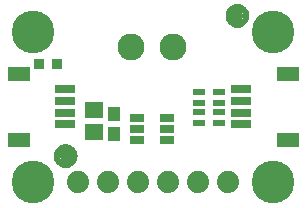
<source format=gbr>
G04 EAGLE Gerber RS-274X export*
G75*
%MOMM*%
%FSLAX34Y34*%
%LPD*%
%INSoldermask Top*%
%IPPOS*%
%AMOC8*
5,1,8,0,0,1.08239X$1,22.5*%
G01*
%ADD10R,1.301600X0.651600*%
%ADD11C,1.879600*%
%ADD12R,1.601600X1.341600*%
%ADD13R,1.101600X1.176600*%
%ADD14C,3.617600*%
%ADD15R,1.651600X0.701600*%
%ADD16R,1.901600X1.301600*%
%ADD17C,1.101600*%
%ADD18C,0.469900*%
%ADD19R,0.901600X0.901600*%
%ADD20R,1.001600X0.551600*%
%ADD21C,2.286000*%


D10*
X113365Y79350D03*
X113365Y69850D03*
X113365Y60350D03*
X139365Y60350D03*
X139365Y69850D03*
X139365Y79350D03*
D11*
X63500Y25400D03*
X88900Y25400D03*
X114300Y25400D03*
X139700Y25400D03*
X165100Y25400D03*
X190500Y25400D03*
D12*
X77470Y67335D03*
X77470Y86335D03*
D13*
X93980Y65795D03*
X93980Y82795D03*
D14*
X25400Y152400D03*
X228600Y152400D03*
D15*
X202190Y83900D03*
X202190Y93900D03*
X202190Y73900D03*
X202190Y103900D03*
D16*
X241190Y60900D03*
X241190Y116900D03*
D15*
X52445Y93900D03*
X52445Y83900D03*
X52445Y103900D03*
X52445Y73900D03*
D16*
X13445Y116900D03*
X13445Y60900D03*
D17*
X53340Y46990D03*
D18*
X53340Y54490D02*
X53159Y54488D01*
X52978Y54481D01*
X52797Y54470D01*
X52616Y54455D01*
X52436Y54435D01*
X52256Y54411D01*
X52077Y54383D01*
X51899Y54350D01*
X51722Y54313D01*
X51545Y54272D01*
X51370Y54227D01*
X51195Y54177D01*
X51022Y54123D01*
X50851Y54065D01*
X50680Y54003D01*
X50512Y53936D01*
X50345Y53866D01*
X50179Y53792D01*
X50016Y53713D01*
X49855Y53631D01*
X49695Y53545D01*
X49538Y53455D01*
X49383Y53361D01*
X49230Y53264D01*
X49080Y53162D01*
X48932Y53058D01*
X48786Y52949D01*
X48644Y52838D01*
X48504Y52722D01*
X48367Y52604D01*
X48232Y52482D01*
X48101Y52357D01*
X47973Y52229D01*
X47848Y52098D01*
X47726Y51963D01*
X47608Y51826D01*
X47492Y51686D01*
X47381Y51544D01*
X47272Y51398D01*
X47168Y51250D01*
X47066Y51100D01*
X46969Y50947D01*
X46875Y50792D01*
X46785Y50635D01*
X46699Y50475D01*
X46617Y50314D01*
X46538Y50151D01*
X46464Y49985D01*
X46394Y49818D01*
X46327Y49650D01*
X46265Y49479D01*
X46207Y49308D01*
X46153Y49135D01*
X46103Y48960D01*
X46058Y48785D01*
X46017Y48608D01*
X45980Y48431D01*
X45947Y48253D01*
X45919Y48074D01*
X45895Y47894D01*
X45875Y47714D01*
X45860Y47533D01*
X45849Y47352D01*
X45842Y47171D01*
X45840Y46990D01*
X53340Y54490D02*
X53521Y54488D01*
X53702Y54481D01*
X53883Y54470D01*
X54064Y54455D01*
X54244Y54435D01*
X54424Y54411D01*
X54603Y54383D01*
X54781Y54350D01*
X54958Y54313D01*
X55135Y54272D01*
X55310Y54227D01*
X55485Y54177D01*
X55658Y54123D01*
X55829Y54065D01*
X56000Y54003D01*
X56168Y53936D01*
X56335Y53866D01*
X56501Y53792D01*
X56664Y53713D01*
X56825Y53631D01*
X56985Y53545D01*
X57142Y53455D01*
X57297Y53361D01*
X57450Y53264D01*
X57600Y53162D01*
X57748Y53058D01*
X57894Y52949D01*
X58036Y52838D01*
X58176Y52722D01*
X58313Y52604D01*
X58448Y52482D01*
X58579Y52357D01*
X58707Y52229D01*
X58832Y52098D01*
X58954Y51963D01*
X59072Y51826D01*
X59188Y51686D01*
X59299Y51544D01*
X59408Y51398D01*
X59512Y51250D01*
X59614Y51100D01*
X59711Y50947D01*
X59805Y50792D01*
X59895Y50635D01*
X59981Y50475D01*
X60063Y50314D01*
X60142Y50151D01*
X60216Y49985D01*
X60286Y49818D01*
X60353Y49650D01*
X60415Y49479D01*
X60473Y49308D01*
X60527Y49135D01*
X60577Y48960D01*
X60622Y48785D01*
X60663Y48608D01*
X60700Y48431D01*
X60733Y48253D01*
X60761Y48074D01*
X60785Y47894D01*
X60805Y47714D01*
X60820Y47533D01*
X60831Y47352D01*
X60838Y47171D01*
X60840Y46990D01*
X60838Y46809D01*
X60831Y46628D01*
X60820Y46447D01*
X60805Y46266D01*
X60785Y46086D01*
X60761Y45906D01*
X60733Y45727D01*
X60700Y45549D01*
X60663Y45372D01*
X60622Y45195D01*
X60577Y45020D01*
X60527Y44845D01*
X60473Y44672D01*
X60415Y44501D01*
X60353Y44330D01*
X60286Y44162D01*
X60216Y43995D01*
X60142Y43829D01*
X60063Y43666D01*
X59981Y43505D01*
X59895Y43345D01*
X59805Y43188D01*
X59711Y43033D01*
X59614Y42880D01*
X59512Y42730D01*
X59408Y42582D01*
X59299Y42436D01*
X59188Y42294D01*
X59072Y42154D01*
X58954Y42017D01*
X58832Y41882D01*
X58707Y41751D01*
X58579Y41623D01*
X58448Y41498D01*
X58313Y41376D01*
X58176Y41258D01*
X58036Y41142D01*
X57894Y41031D01*
X57748Y40922D01*
X57600Y40818D01*
X57450Y40716D01*
X57297Y40619D01*
X57142Y40525D01*
X56985Y40435D01*
X56825Y40349D01*
X56664Y40267D01*
X56501Y40188D01*
X56335Y40114D01*
X56168Y40044D01*
X56000Y39977D01*
X55829Y39915D01*
X55658Y39857D01*
X55485Y39803D01*
X55310Y39753D01*
X55135Y39708D01*
X54958Y39667D01*
X54781Y39630D01*
X54603Y39597D01*
X54424Y39569D01*
X54244Y39545D01*
X54064Y39525D01*
X53883Y39510D01*
X53702Y39499D01*
X53521Y39492D01*
X53340Y39490D01*
X53159Y39492D01*
X52978Y39499D01*
X52797Y39510D01*
X52616Y39525D01*
X52436Y39545D01*
X52256Y39569D01*
X52077Y39597D01*
X51899Y39630D01*
X51722Y39667D01*
X51545Y39708D01*
X51370Y39753D01*
X51195Y39803D01*
X51022Y39857D01*
X50851Y39915D01*
X50680Y39977D01*
X50512Y40044D01*
X50345Y40114D01*
X50179Y40188D01*
X50016Y40267D01*
X49855Y40349D01*
X49695Y40435D01*
X49538Y40525D01*
X49383Y40619D01*
X49230Y40716D01*
X49080Y40818D01*
X48932Y40922D01*
X48786Y41031D01*
X48644Y41142D01*
X48504Y41258D01*
X48367Y41376D01*
X48232Y41498D01*
X48101Y41623D01*
X47973Y41751D01*
X47848Y41882D01*
X47726Y42017D01*
X47608Y42154D01*
X47492Y42294D01*
X47381Y42436D01*
X47272Y42582D01*
X47168Y42730D01*
X47066Y42880D01*
X46969Y43033D01*
X46875Y43188D01*
X46785Y43345D01*
X46699Y43505D01*
X46617Y43666D01*
X46538Y43829D01*
X46464Y43995D01*
X46394Y44162D01*
X46327Y44330D01*
X46265Y44501D01*
X46207Y44672D01*
X46153Y44845D01*
X46103Y45020D01*
X46058Y45195D01*
X46017Y45372D01*
X45980Y45549D01*
X45947Y45727D01*
X45919Y45906D01*
X45895Y46086D01*
X45875Y46266D01*
X45860Y46447D01*
X45849Y46628D01*
X45842Y46809D01*
X45840Y46990D01*
D17*
X198755Y165735D03*
D18*
X198755Y173235D02*
X198574Y173233D01*
X198393Y173226D01*
X198212Y173215D01*
X198031Y173200D01*
X197851Y173180D01*
X197671Y173156D01*
X197492Y173128D01*
X197314Y173095D01*
X197137Y173058D01*
X196960Y173017D01*
X196785Y172972D01*
X196610Y172922D01*
X196437Y172868D01*
X196266Y172810D01*
X196095Y172748D01*
X195927Y172681D01*
X195760Y172611D01*
X195594Y172537D01*
X195431Y172458D01*
X195270Y172376D01*
X195110Y172290D01*
X194953Y172200D01*
X194798Y172106D01*
X194645Y172009D01*
X194495Y171907D01*
X194347Y171803D01*
X194201Y171694D01*
X194059Y171583D01*
X193919Y171467D01*
X193782Y171349D01*
X193647Y171227D01*
X193516Y171102D01*
X193388Y170974D01*
X193263Y170843D01*
X193141Y170708D01*
X193023Y170571D01*
X192907Y170431D01*
X192796Y170289D01*
X192687Y170143D01*
X192583Y169995D01*
X192481Y169845D01*
X192384Y169692D01*
X192290Y169537D01*
X192200Y169380D01*
X192114Y169220D01*
X192032Y169059D01*
X191953Y168896D01*
X191879Y168730D01*
X191809Y168563D01*
X191742Y168395D01*
X191680Y168224D01*
X191622Y168053D01*
X191568Y167880D01*
X191518Y167705D01*
X191473Y167530D01*
X191432Y167353D01*
X191395Y167176D01*
X191362Y166998D01*
X191334Y166819D01*
X191310Y166639D01*
X191290Y166459D01*
X191275Y166278D01*
X191264Y166097D01*
X191257Y165916D01*
X191255Y165735D01*
X198755Y173235D02*
X198936Y173233D01*
X199117Y173226D01*
X199298Y173215D01*
X199479Y173200D01*
X199659Y173180D01*
X199839Y173156D01*
X200018Y173128D01*
X200196Y173095D01*
X200373Y173058D01*
X200550Y173017D01*
X200725Y172972D01*
X200900Y172922D01*
X201073Y172868D01*
X201244Y172810D01*
X201415Y172748D01*
X201583Y172681D01*
X201750Y172611D01*
X201916Y172537D01*
X202079Y172458D01*
X202240Y172376D01*
X202400Y172290D01*
X202557Y172200D01*
X202712Y172106D01*
X202865Y172009D01*
X203015Y171907D01*
X203163Y171803D01*
X203309Y171694D01*
X203451Y171583D01*
X203591Y171467D01*
X203728Y171349D01*
X203863Y171227D01*
X203994Y171102D01*
X204122Y170974D01*
X204247Y170843D01*
X204369Y170708D01*
X204487Y170571D01*
X204603Y170431D01*
X204714Y170289D01*
X204823Y170143D01*
X204927Y169995D01*
X205029Y169845D01*
X205126Y169692D01*
X205220Y169537D01*
X205310Y169380D01*
X205396Y169220D01*
X205478Y169059D01*
X205557Y168896D01*
X205631Y168730D01*
X205701Y168563D01*
X205768Y168395D01*
X205830Y168224D01*
X205888Y168053D01*
X205942Y167880D01*
X205992Y167705D01*
X206037Y167530D01*
X206078Y167353D01*
X206115Y167176D01*
X206148Y166998D01*
X206176Y166819D01*
X206200Y166639D01*
X206220Y166459D01*
X206235Y166278D01*
X206246Y166097D01*
X206253Y165916D01*
X206255Y165735D01*
X206253Y165554D01*
X206246Y165373D01*
X206235Y165192D01*
X206220Y165011D01*
X206200Y164831D01*
X206176Y164651D01*
X206148Y164472D01*
X206115Y164294D01*
X206078Y164117D01*
X206037Y163940D01*
X205992Y163765D01*
X205942Y163590D01*
X205888Y163417D01*
X205830Y163246D01*
X205768Y163075D01*
X205701Y162907D01*
X205631Y162740D01*
X205557Y162574D01*
X205478Y162411D01*
X205396Y162250D01*
X205310Y162090D01*
X205220Y161933D01*
X205126Y161778D01*
X205029Y161625D01*
X204927Y161475D01*
X204823Y161327D01*
X204714Y161181D01*
X204603Y161039D01*
X204487Y160899D01*
X204369Y160762D01*
X204247Y160627D01*
X204122Y160496D01*
X203994Y160368D01*
X203863Y160243D01*
X203728Y160121D01*
X203591Y160003D01*
X203451Y159887D01*
X203309Y159776D01*
X203163Y159667D01*
X203015Y159563D01*
X202865Y159461D01*
X202712Y159364D01*
X202557Y159270D01*
X202400Y159180D01*
X202240Y159094D01*
X202079Y159012D01*
X201916Y158933D01*
X201750Y158859D01*
X201583Y158789D01*
X201415Y158722D01*
X201244Y158660D01*
X201073Y158602D01*
X200900Y158548D01*
X200725Y158498D01*
X200550Y158453D01*
X200373Y158412D01*
X200196Y158375D01*
X200018Y158342D01*
X199839Y158314D01*
X199659Y158290D01*
X199479Y158270D01*
X199298Y158255D01*
X199117Y158244D01*
X198936Y158237D01*
X198755Y158235D01*
X198574Y158237D01*
X198393Y158244D01*
X198212Y158255D01*
X198031Y158270D01*
X197851Y158290D01*
X197671Y158314D01*
X197492Y158342D01*
X197314Y158375D01*
X197137Y158412D01*
X196960Y158453D01*
X196785Y158498D01*
X196610Y158548D01*
X196437Y158602D01*
X196266Y158660D01*
X196095Y158722D01*
X195927Y158789D01*
X195760Y158859D01*
X195594Y158933D01*
X195431Y159012D01*
X195270Y159094D01*
X195110Y159180D01*
X194953Y159270D01*
X194798Y159364D01*
X194645Y159461D01*
X194495Y159563D01*
X194347Y159667D01*
X194201Y159776D01*
X194059Y159887D01*
X193919Y160003D01*
X193782Y160121D01*
X193647Y160243D01*
X193516Y160368D01*
X193388Y160496D01*
X193263Y160627D01*
X193141Y160762D01*
X193023Y160899D01*
X192907Y161039D01*
X192796Y161181D01*
X192687Y161327D01*
X192583Y161475D01*
X192481Y161625D01*
X192384Y161778D01*
X192290Y161933D01*
X192200Y162090D01*
X192114Y162250D01*
X192032Y162411D01*
X191953Y162574D01*
X191879Y162740D01*
X191809Y162907D01*
X191742Y163075D01*
X191680Y163246D01*
X191622Y163417D01*
X191568Y163590D01*
X191518Y163765D01*
X191473Y163940D01*
X191432Y164117D01*
X191395Y164294D01*
X191362Y164472D01*
X191334Y164651D01*
X191310Y164831D01*
X191290Y165011D01*
X191275Y165192D01*
X191264Y165373D01*
X191257Y165554D01*
X191255Y165735D01*
D14*
X25400Y25400D03*
X228600Y25400D03*
D19*
X30600Y125095D03*
X45600Y125095D03*
D20*
X166125Y75265D03*
X183125Y75265D03*
X166125Y84265D03*
X166125Y92265D03*
X166125Y101265D03*
X183125Y101265D03*
X183125Y84265D03*
X183125Y92265D03*
D21*
X109000Y139700D03*
X144000Y139700D03*
M02*

</source>
